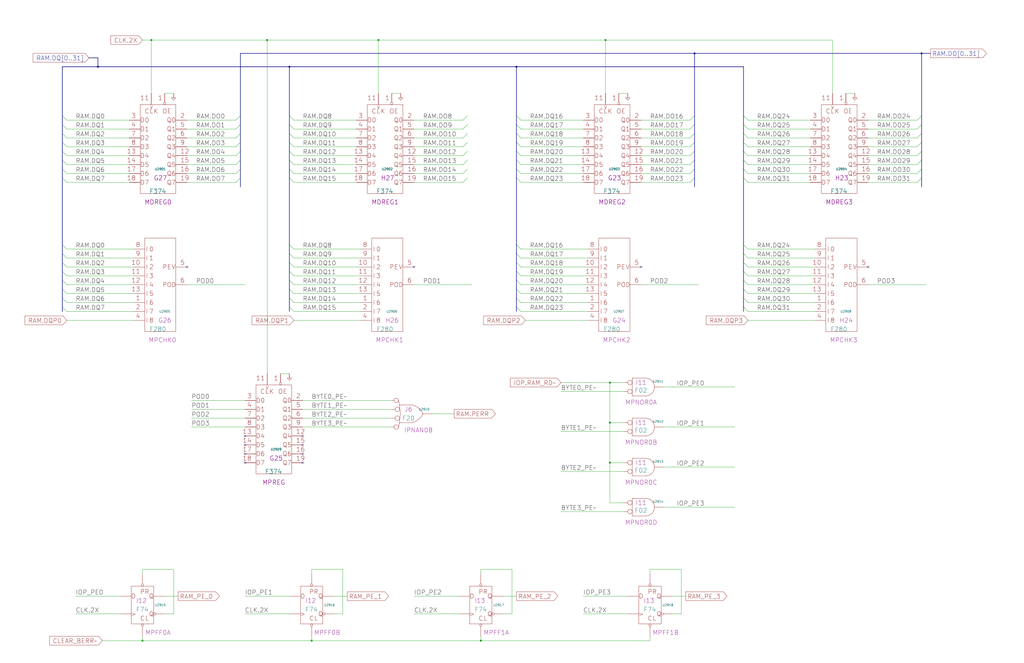
<source format=kicad_sch>
(kicad_sch (version 20211123) (generator eeschema)
  (paper "User" 584.2 378.46)
  (title_block (title "MEMORY\\nPARITY CHECKING") (date "22-SEP-90") (rev "2.0") (comment 1 "IOC") (comment 2 "232-003061") (comment 3 "S400") (comment 4 "RELEASED"))
  (lib_symbols
    (symbol "r1000:F02" (pin_numbers hide) (pin_names hide)
      (property "Reference" "U" (at 12.16 0.635 0))
      (property "Value" "F02" (at -1.27 -4.445 0))
      (property "Location" "___" (at 2.54 0 0))
      (property "Name" "______" (at 2.54 -12.7 0))
      (symbol "F02_1_1"
        (pin input line (at -7.62 0 0) (length 2.54) (name "D0") (number "1"))
        (pin input line (at -7.62 -5.08 0) (length 2.54) (name "D1") (number "2"))
        (pin output line (at 15.24 -2.54 180) (length 1.27) (name "Q") (number "3"))
      )
      (symbol "F02_1_2"
        (pin input line (at -7.62 0 0) (length 2.54) (name "D0") (number "1"))
        (pin input line (at -7.62 -5.08 0) (length 2.54) (name "D1") (number "2"))
        (pin output line (at 15.24 -2.54 180) (length 2.54) (name "Q") (number "3"))
      )
    )
    (symbol "r1000:F20" (pin_numbers hide) (pin_names hide)
      (property "Reference" "U" (at 8.255 2.54 0))
      (property "Value" "F20" (at -0.635 -2.54 0))
      (property "Location" "___" (at -0.635 2.54 0))
      (property "Name" "______" (at 5.08 -10.795 0))
      (symbol "F20_1_1"
        (pin input line (at -10.16 7.62 0) (length 5.08) (name "D0") (number "1"))
        (pin input line (at -10.16 2.54 0) (length 5.08) (name "D1") (number "2"))
        (pin input line (at -10.16 -2.54 0) (length 5.08) (name "D2") (number "4"))
        (pin input line (at -10.16 -7.62 0) (length 5.08) (name "D3") (number "5"))
        (pin output line (at 12.7 0 180) (length 2.54) (name "Q") (number "6"))
      )
      (symbol "F20_1_2"
        (pin input line (at -10.16 7.62 0) (length 1.27) (name "D0") (number "1"))
        (pin input line (at -10.16 2.54 0) (length 1.905) (name "D1") (number "2"))
        (pin input line (at -10.16 -2.54 0) (length 1.905) (name "D2") (number "4"))
        (pin input line (at -10.16 -7.62 0) (length 1.27) (name "D3") (number "5"))
        (pin output line (at 12.7 0 180) (length 5.08) (name "Q") (number "6"))
      )
    )
    (symbol "r1000:F280" (pin_numbers hide) (pin_names (offset 1.016) hide)
      (property "Reference" "U" (at 2.54 5.08 0))
      (property "Value" "F280" (at -6.35 -5.08 0))
      (property "Location" "___" (at -1.27 0 0))
      (property "Name" "______" (at 1.27 -12.7 0))
      (symbol "F280_1_1"
        (text "0" (at -12.7 33.02 0) (effects (font (size 2.54 2.54))))
        (text "0" (at -5.08 40.64 0) (effects (font (size 2.54 2.54))))
        (text "1" (at -15.24 17.78 0) (effects (font (size 2.54 2.54))))
        (text "1" (at -15.24 22.86 0) (effects (font (size 2.54 2.54))))
        (text "1" (at -15.24 27.94 0) (effects (font (size 2.54 2.54))))
        (text "1" (at -15.24 33.02 0) (effects (font (size 2.54 2.54))))
        (text "1" (at -12.7 12.7 0) (effects (font (size 2.54 2.54))))
        (text "1" (at -12.7 27.94 0) (effects (font (size 2.54 2.54))))
        (text "1" (at -5.08 35.56 0) (effects (font (size 2.54 2.54))))
        (text "2" (at -12.7 7.62 0) (effects (font (size 2.54 2.54))))
        (text "2" (at -12.7 22.86 0) (effects (font (size 2.54 2.54))))
        (text "2" (at -5.08 30.48 0) (effects (font (size 2.54 2.54))))
        (text "3" (at -12.7 17.78 0) (effects (font (size 2.54 2.54))))
        (text "3" (at -5.08 25.4 0) (effects (font (size 2.54 2.54))))
        (text "4" (at -12.7 2.54 0) (effects (font (size 2.54 2.54))))
        (text "4" (at -5.08 20.32 0) (effects (font (size 2.54 2.54))))
        (text "5" (at -5.08 15.24 0) (effects (font (size 2.54 2.54))))
        (text "5" (at 12.7 33.02 0) (effects (font (size 2.54 2.54))))
        (text "6" (at -5.08 10.16 0) (effects (font (size 2.54 2.54))))
        (text "6" (at 12.7 22.86 0) (effects (font (size 2.54 2.54))))
        (text "7" (at -5.08 5.08 0) (effects (font (size 2.54 2.54))))
        (text "8" (at -12.7 43.18 0) (effects (font (size 2.54 2.54))))
        (text "8" (at -5.08 0 0) (effects (font (size 2.54 2.54))))
        (text "9" (at -12.7 38.1 0) (effects (font (size 2.54 2.54))))
        (text "D" (at 7.62 20.32 0) (effects (font (size 2.54 2.54))))
        (text "E" (at 5.08 30.48 0) (effects (font (size 2.54 2.54))))
        (text "I" (at -7.62 0 0) (effects (font (size 2.54 2.54))))
        (text "I" (at -7.62 5.08 0) (effects (font (size 2.54 2.54))))
        (text "I" (at -7.62 10.16 0) (effects (font (size 2.54 2.54))))
        (text "I" (at -7.62 15.24 0) (effects (font (size 2.54 2.54))))
        (text "I" (at -7.62 20.32 0) (effects (font (size 2.54 2.54))))
        (text "I" (at -7.62 25.4 0) (effects (font (size 2.54 2.54))))
        (text "I" (at -7.62 30.48 0) (effects (font (size 2.54 2.54))))
        (text "I" (at -7.62 35.56 0) (effects (font (size 2.54 2.54))))
        (text "I" (at -7.62 40.64 0) (effects (font (size 2.54 2.54))))
        (text "O" (at 5.08 20.32 0) (effects (font (size 2.54 2.54))))
        (text "P" (at 2.54 20.32 0) (effects (font (size 2.54 2.54))))
        (text "P" (at 2.54 30.48 0) (effects (font (size 2.54 2.54))))
        (text "V" (at 7.62 30.48 0) (effects (font (size 2.54 2.54))))
        (pin input line (at -15.24 10.16 0) (length 6.35) (name "I6") (number "1"))
        (pin input line (at -15.24 30.48 0) (length 6.35) (name "I2") (number "10"))
        (pin input line (at -15.24 25.4 0) (length 6.35) (name "I3") (number "11"))
        (pin input line (at -15.24 20.32 0) (length 6.35) (name "I4") (number "12"))
        (pin input line (at -15.24 15.24 0) (length 6.35) (name "I5") (number "13"))
        (pin input line (at -15.24 5.08 0) (length 6.35) (name "I7") (number "2"))
        (pin input line (at -15.24 0 0) (length 6.35) (name "I8") (number "4"))
        (pin output line (at 15.24 30.48 180) (length 6.35) (name "PEV") (number "5"))
        (pin output line (at 15.24 20.32 180) (length 6.35) (name "POD") (number "6"))
        (pin input line (at -15.24 40.64 0) (length 6.35) (name "I0") (number "8"))
        (pin input line (at -15.24 35.56 0) (length 6.35) (name "I1") (number "9"))
      )
    )
    (symbol "r1000:F374" (pin_numbers hide) (pin_names (offset 1.016) hide)
      (property "Reference" "U" (at 2.54 5.08 0))
      (property "Value" "F374" (at -3.81 -7.62 0))
      (property "Location" "___" (at -1.27 0 0))
      (property "Name" "______" (at 1.27 -15.24 0))
      (symbol "F374_1_1"
        (text "0" (at -5.08 33.02 0) (effects (font (size 2.54 2.54))))
        (text "0" (at 10.16 33.02 0) (effects (font (size 2.54 2.54))))
        (text "1" (at -15.24 0 0) (effects (font (size 2.54 2.54))))
        (text "1" (at -15.24 5.08 0) (effects (font (size 2.54 2.54))))
        (text "1" (at -15.24 10.16 0) (effects (font (size 2.54 2.54))))
        (text "1" (at -15.24 15.24 0) (effects (font (size 2.54 2.54))))
        (text "1" (at -7.62 45.72 0) (effects (font (size 2.54 2.54))))
        (text "1" (at -5.08 27.94 0) (effects (font (size 2.54 2.54))))
        (text "1" (at -5.08 45.72 0) (effects (font (size 2.54 2.54))))
        (text "1" (at 2.54 45.72 0) (effects (font (size 2.54 2.54))))
        (text "1" (at 10.16 27.94 0) (effects (font (size 2.54 2.54))))
        (text "1" (at 15.24 0 0) (effects (font (size 2.54 2.54))))
        (text "1" (at 15.24 5.08 0) (effects (font (size 2.54 2.54))))
        (text "1" (at 15.24 10.16 0) (effects (font (size 2.54 2.54))))
        (text "1" (at 15.24 15.24 0) (effects (font (size 2.54 2.54))))
        (text "2" (at -5.08 22.86 0) (effects (font (size 2.54 2.54))))
        (text "2" (at 10.16 22.86 0) (effects (font (size 2.54 2.54))))
        (text "2" (at 15.24 35.56 0) (effects (font (size 2.54 2.54))))
        (text "2" (at 17.78 15.24 0) (effects (font (size 2.54 2.54))))
        (text "3" (at -12.7 15.24 0) (effects (font (size 2.54 2.54))))
        (text "3" (at -12.7 35.56 0) (effects (font (size 2.54 2.54))))
        (text "3" (at -5.08 17.78 0) (effects (font (size 2.54 2.54))))
        (text "3" (at 10.16 17.78 0) (effects (font (size 2.54 2.54))))
        (text "4" (at -12.7 10.16 0) (effects (font (size 2.54 2.54))))
        (text "4" (at -12.7 30.48 0) (effects (font (size 2.54 2.54))))
        (text "4" (at -5.08 12.7 0) (effects (font (size 2.54 2.54))))
        (text "4" (at 10.16 12.7 0) (effects (font (size 2.54 2.54))))
        (text "5" (at -5.08 7.62 0) (effects (font (size 2.54 2.54))))
        (text "5" (at 10.16 7.62 0) (effects (font (size 2.54 2.54))))
        (text "5" (at 15.24 30.48 0) (effects (font (size 2.54 2.54))))
        (text "5" (at 17.78 10.16 0) (effects (font (size 2.54 2.54))))
        (text "6" (at -5.08 2.54 0) (effects (font (size 2.54 2.54))))
        (text "6" (at 10.16 2.54 0) (effects (font (size 2.54 2.54))))
        (text "6" (at 15.24 25.4 0) (effects (font (size 2.54 2.54))))
        (text "6" (at 17.78 5.08 0) (effects (font (size 2.54 2.54))))
        (text "7" (at -12.7 5.08 0) (effects (font (size 2.54 2.54))))
        (text "7" (at -12.7 25.4 0) (effects (font (size 2.54 2.54))))
        (text "7" (at -5.08 -2.54 0) (effects (font (size 2.54 2.54))))
        (text "7" (at 10.16 -2.54 0) (effects (font (size 2.54 2.54))))
        (text "8" (at -12.7 0 0) (effects (font (size 2.54 2.54))))
        (text "8" (at -12.7 20.32 0) (effects (font (size 2.54 2.54))))
        (text "9" (at 15.24 20.32 0) (effects (font (size 2.54 2.54))))
        (text "9" (at 17.78 0 0) (effects (font (size 2.54 2.54))))
        (text "C" (at -5.08 38.1 0) (effects (font (size 2.54 2.54))))
        (text "D" (at -7.62 -2.54 0) (effects (font (size 2.54 2.54))))
        (text "D" (at -7.62 2.54 0) (effects (font (size 2.54 2.54))))
        (text "D" (at -7.62 7.62 0) (effects (font (size 2.54 2.54))))
        (text "D" (at -7.62 12.7 0) (effects (font (size 2.54 2.54))))
        (text "D" (at -7.62 17.78 0) (effects (font (size 2.54 2.54))))
        (text "D" (at -7.62 22.86 0) (effects (font (size 2.54 2.54))))
        (text "D" (at -7.62 27.94 0) (effects (font (size 2.54 2.54))))
        (text "D" (at -7.62 33.02 0) (effects (font (size 2.54 2.54))))
        (text "E" (at 7.62 38.1 0) (effects (font (size 2.54 2.54))))
        (text "K" (at 0 38.1 0) (effects (font (size 2.54 2.54))))
        (text "L" (at -2.54 38.1 0) (effects (font (size 2.54 2.54))))
        (text "O" (at 5.08 38.1 0) (effects (font (size 2.54 2.54))))
        (text "Q" (at 7.62 -2.54 0) (effects (font (size 2.54 2.54))))
        (text "Q" (at 7.62 2.54 0) (effects (font (size 2.54 2.54))))
        (text "Q" (at 7.62 7.62 0) (effects (font (size 2.54 2.54))))
        (text "Q" (at 7.62 12.7 0) (effects (font (size 2.54 2.54))))
        (text "Q" (at 7.62 17.78 0) (effects (font (size 2.54 2.54))))
        (text "Q" (at 7.62 22.86 0) (effects (font (size 2.54 2.54))))
        (text "Q" (at 7.62 27.94 0) (effects (font (size 2.54 2.54))))
        (text "Q" (at 7.62 33.02 0) (effects (font (size 2.54 2.54))))
        (text "v" (at -2.54 40.64 0) (effects (font (size 2.54 2.54))))
        (pin input line (at 5.08 48.26 270) (length 5.08) (name "OE_") (number "1"))
        (pin input line (at -2.54 48.26 270) (length 6.35) (name "CLK") (number "11"))
        (pin tri_state line (at 17.78 12.7 180) (length 6.35) (name "Q4") (number "12"))
        (pin input line (at -15.24 12.7 0) (length 6.35) (name "D4") (number "13"))
        (pin input line (at -15.24 7.62 0) (length 6.35) (name "D5") (number "14"))
        (pin tri_state line (at 17.78 7.62 180) (length 6.35) (name "Q5") (number "15"))
        (pin tri_state line (at 17.78 2.54 180) (length 6.35) (name "Q6") (number "16"))
        (pin input line (at -15.24 2.54 0) (length 6.35) (name "D6") (number "17"))
        (pin input line (at -15.24 -2.54 0) (length 6.35) (name "D7") (number "18"))
        (pin tri_state line (at 17.78 -2.54 180) (length 6.35) (name "Q7") (number "19"))
        (pin tri_state line (at 17.78 33.02 180) (length 6.35) (name "Q0") (number "2"))
        (pin input line (at -15.24 33.02 0) (length 6.35) (name "D0") (number "3"))
        (pin input line (at -15.24 27.94 0) (length 6.35) (name "D1") (number "4"))
        (pin tri_state line (at 17.78 27.94 180) (length 6.35) (name "Q1") (number "5"))
        (pin tri_state line (at 17.78 22.86 180) (length 6.35) (name "Q2") (number "6"))
        (pin input line (at -15.24 22.86 0) (length 6.35) (name "D2") (number "7"))
        (pin input line (at -15.24 17.78 0) (length 6.35) (name "D3") (number "8"))
        (pin tri_state line (at 17.78 17.78 180) (length 6.35) (name "Q3") (number "9"))
      )
    )
    (symbol "r1000:F74" (pin_numbers hide) (pin_names (offset 1.016) hide)
      (property "Reference" "U" (at 12.7 -2.54 0))
      (property "Value" "F74" (at -1.27 -5.08 0))
      (property "Location" "___" (at -1.27 0 0))
      (property "Name" "______" (at 11.43 -19.685 0))
      (symbol "F74_1_1"
        (text ">" (at -2.54 -7.62 0) (effects (font (size 2.54 2.54))))
        (text "C" (at 2.54 -10.16 0) (effects (font (size 2.54 2.54))))
        (text "D" (at -2.54 2.54 0) (effects (font (size 2.54 2.54))))
        (text "L" (at 5.08 -10.16 0) (effects (font (size 2.54 2.54))))
        (text "P" (at 2.54 5.08 0) (effects (font (size 2.54 2.54))))
        (text "Q" (at 7.62 -7.62 0) (effects (font (size 2.54 2.54))))
        (text "Q" (at 7.62 2.54 0) (effects (font (size 2.54 2.54))))
        (text "R" (at 5.08 5.08 0) (effects (font (size 2.54 2.54))))
        (pin input line (at 2.54 -20.32 90) (length 5.08) (name "CL_") (number "1"))
        (pin input line (at -10.16 2.54 0) (length 6.35) (name "D") (number "2"))
        (pin input line (at -10.16 -7.62 0) (length 6.35) (name "CLK") (number "3"))
        (pin input line (at 2.54 15.24 270) (length 5.08) (name "PR_") (number "4"))
        (pin output line (at 15.24 2.54 180) (length 6.35) (name "Q") (number "5"))
        (pin output line (at 15.24 -7.62 180) (length 5.08) (name "Q_") (number "6"))
      )
    )
    (symbol "r1000:PD" (power) (pin_numbers hide) (pin_names hide) (in_bom no)
      (symbol "PD_1_1"
        (pin power_in line (at 0 0 270) (length 2.54) (name "PD") (number "1"))
      )
    )
  )
  (bus (pts (xy 137.16 101.6) (xy 137.16 106.68)))
  (bus (pts (xy 137.16 30.48) (xy 137.16 66.04)))
  (bus (pts (xy 137.16 30.48) (xy 396.24 30.48)))
  (bus (pts (xy 137.16 66.04) (xy 137.16 71.12)))
  (bus (pts (xy 137.16 71.12) (xy 137.16 76.2)))
  (bus (pts (xy 137.16 76.2) (xy 137.16 81.28)))
  (bus (pts (xy 137.16 81.28) (xy 137.16 86.36)))
  (bus (pts (xy 137.16 86.36) (xy 137.16 91.44)))
  (bus (pts (xy 137.16 91.44) (xy 137.16 96.52)))
  (bus (pts (xy 137.16 96.52) (xy 137.16 101.6)))
  (bus (pts (xy 165.1 101.6) (xy 165.1 139.7)))
  (bus (pts (xy 165.1 139.7) (xy 165.1 144.78)))
  (bus (pts (xy 165.1 144.78) (xy 165.1 149.86)))
  (bus (pts (xy 165.1 149.86) (xy 165.1 154.94)))
  (bus (pts (xy 165.1 154.94) (xy 165.1 160.02)))
  (bus (pts (xy 165.1 160.02) (xy 165.1 165.1)))
  (bus (pts (xy 165.1 165.1) (xy 165.1 170.18)))
  (bus (pts (xy 165.1 170.18) (xy 165.1 175.26)))
  (bus (pts (xy 165.1 175.26) (xy 165.1 177.8)))
  (bus (pts (xy 165.1 38.1) (xy 165.1 66.04)))
  (bus (pts (xy 165.1 38.1) (xy 55.88 38.1)))
  (bus (pts (xy 165.1 66.04) (xy 165.1 71.12)))
  (bus (pts (xy 165.1 71.12) (xy 165.1 76.2)))
  (bus (pts (xy 165.1 76.2) (xy 165.1 81.28)))
  (bus (pts (xy 165.1 81.28) (xy 165.1 86.36)))
  (bus (pts (xy 165.1 86.36) (xy 165.1 91.44)))
  (bus (pts (xy 165.1 91.44) (xy 165.1 96.52)))
  (bus (pts (xy 165.1 96.52) (xy 165.1 101.6)))
  (bus (pts (xy 294.64 101.6) (xy 294.64 139.7)))
  (bus (pts (xy 294.64 139.7) (xy 294.64 144.78)))
  (bus (pts (xy 294.64 144.78) (xy 294.64 149.86)))
  (bus (pts (xy 294.64 149.86) (xy 294.64 154.94)))
  (bus (pts (xy 294.64 154.94) (xy 294.64 160.02)))
  (bus (pts (xy 294.64 160.02) (xy 294.64 165.1)))
  (bus (pts (xy 294.64 165.1) (xy 294.64 170.18)))
  (bus (pts (xy 294.64 170.18) (xy 294.64 175.26)))
  (bus (pts (xy 294.64 175.26) (xy 294.64 177.8)))
  (bus (pts (xy 294.64 38.1) (xy 165.1 38.1)))
  (bus (pts (xy 294.64 38.1) (xy 294.64 66.04)))
  (bus (pts (xy 294.64 66.04) (xy 294.64 71.12)))
  (bus (pts (xy 294.64 71.12) (xy 294.64 76.2)))
  (bus (pts (xy 294.64 76.2) (xy 294.64 81.28)))
  (bus (pts (xy 294.64 81.28) (xy 294.64 86.36)))
  (bus (pts (xy 294.64 86.36) (xy 294.64 91.44)))
  (bus (pts (xy 294.64 91.44) (xy 294.64 96.52)))
  (bus (pts (xy 294.64 96.52) (xy 294.64 101.6)))
  (bus (pts (xy 35.56 101.6) (xy 35.56 139.7)))
  (bus (pts (xy 35.56 139.7) (xy 35.56 144.78)))
  (bus (pts (xy 35.56 144.78) (xy 35.56 149.86)))
  (bus (pts (xy 35.56 149.86) (xy 35.56 154.94)))
  (bus (pts (xy 35.56 154.94) (xy 35.56 160.02)))
  (bus (pts (xy 35.56 160.02) (xy 35.56 165.1)))
  (bus (pts (xy 35.56 165.1) (xy 35.56 170.18)))
  (bus (pts (xy 35.56 170.18) (xy 35.56 175.26)))
  (bus (pts (xy 35.56 175.26) (xy 35.56 177.8)))
  (bus (pts (xy 35.56 38.1) (xy 35.56 66.04)))
  (bus (pts (xy 35.56 66.04) (xy 35.56 71.12)))
  (bus (pts (xy 35.56 71.12) (xy 35.56 76.2)))
  (bus (pts (xy 35.56 76.2) (xy 35.56 81.28)))
  (bus (pts (xy 35.56 81.28) (xy 35.56 86.36)))
  (bus (pts (xy 35.56 86.36) (xy 35.56 91.44)))
  (bus (pts (xy 35.56 91.44) (xy 35.56 96.52)))
  (bus (pts (xy 35.56 96.52) (xy 35.56 101.6)))
  (bus (pts (xy 396.24 101.6) (xy 396.24 106.68)))
  (bus (pts (xy 396.24 30.48) (xy 396.24 66.04)))
  (bus (pts (xy 396.24 30.48) (xy 525.78 30.48)))
  (bus (pts (xy 396.24 66.04) (xy 396.24 71.12)))
  (bus (pts (xy 396.24 71.12) (xy 396.24 76.2)))
  (bus (pts (xy 396.24 76.2) (xy 396.24 81.28)))
  (bus (pts (xy 396.24 81.28) (xy 396.24 86.36)))
  (bus (pts (xy 396.24 86.36) (xy 396.24 91.44)))
  (bus (pts (xy 396.24 91.44) (xy 396.24 96.52)))
  (bus (pts (xy 396.24 96.52) (xy 396.24 101.6)))
  (bus (pts (xy 424.18 101.6) (xy 424.18 139.7)))
  (bus (pts (xy 424.18 139.7) (xy 424.18 144.78)))
  (bus (pts (xy 424.18 144.78) (xy 424.18 149.86)))
  (bus (pts (xy 424.18 149.86) (xy 424.18 154.94)))
  (bus (pts (xy 424.18 154.94) (xy 424.18 160.02)))
  (bus (pts (xy 424.18 160.02) (xy 424.18 165.1)))
  (bus (pts (xy 424.18 165.1) (xy 424.18 170.18)))
  (bus (pts (xy 424.18 170.18) (xy 424.18 175.26)))
  (bus (pts (xy 424.18 175.26) (xy 424.18 177.8)))
  (bus (pts (xy 424.18 38.1) (xy 294.64 38.1)))
  (bus (pts (xy 424.18 38.1) (xy 424.18 66.04)))
  (bus (pts (xy 424.18 66.04) (xy 424.18 71.12)))
  (bus (pts (xy 424.18 71.12) (xy 424.18 76.2)))
  (bus (pts (xy 424.18 76.2) (xy 424.18 81.28)))
  (bus (pts (xy 424.18 81.28) (xy 424.18 86.36)))
  (bus (pts (xy 424.18 86.36) (xy 424.18 91.44)))
  (bus (pts (xy 424.18 91.44) (xy 424.18 96.52)))
  (bus (pts (xy 424.18 96.52) (xy 424.18 101.6)))
  (bus (pts (xy 50.8 33.02) (xy 55.88 33.02)))
  (bus (pts (xy 525.78 101.6) (xy 525.78 106.68)))
  (bus (pts (xy 525.78 30.48) (xy 525.78 66.04)))
  (bus (pts (xy 525.78 30.48) (xy 530.86 30.48)))
  (bus (pts (xy 525.78 66.04) (xy 525.78 71.12)))
  (bus (pts (xy 525.78 71.12) (xy 525.78 76.2)))
  (bus (pts (xy 525.78 76.2) (xy 525.78 81.28)))
  (bus (pts (xy 525.78 81.28) (xy 525.78 86.36)))
  (bus (pts (xy 525.78 86.36) (xy 525.78 91.44)))
  (bus (pts (xy 525.78 91.44) (xy 525.78 96.52)))
  (bus (pts (xy 525.78 96.52) (xy 525.78 101.6)))
  (bus (pts (xy 55.88 33.02) (xy 55.88 38.1)))
  (bus (pts (xy 55.88 38.1) (xy 35.56 38.1)))
  (wire (pts (xy 106.68 104.14) (xy 134.62 104.14)))
  (wire (pts (xy 106.68 162.56) (xy 139.7 162.56)))
  (wire (pts (xy 106.68 68.58) (xy 134.62 68.58)))
  (wire (pts (xy 106.68 73.66) (xy 134.62 73.66)))
  (wire (pts (xy 106.68 78.74) (xy 134.62 78.74)))
  (wire (pts (xy 106.68 83.82) (xy 134.62 83.82)))
  (wire (pts (xy 106.68 88.9) (xy 134.62 88.9)))
  (wire (pts (xy 106.68 93.98) (xy 134.62 93.98)))
  (wire (pts (xy 106.68 99.06) (xy 134.62 99.06)))
  (wire (pts (xy 109.22 228.6) (xy 139.7 228.6)))
  (wire (pts (xy 109.22 233.68) (xy 139.7 233.68)))
  (wire (pts (xy 109.22 238.76) (xy 139.7 238.76)))
  (wire (pts (xy 109.22 243.84) (xy 139.7 243.84)))
  (wire (pts (xy 139.7 340.36) (xy 165.1 340.36)))
  (wire (pts (xy 139.7 350.52) (xy 165.1 350.52)))
  (wire (pts (xy 152.4 22.86) (xy 152.4 213.36)))
  (wire (pts (xy 152.4 22.86) (xy 215.9 22.86)))
  (wire (pts (xy 160.02 213.36) (xy 165.1 213.36)))
  (wire (pts (xy 167.64 104.14) (xy 203.2 104.14)))
  (wire (pts (xy 167.64 142.24) (xy 205.74 142.24)))
  (wire (pts (xy 167.64 147.32) (xy 205.74 147.32)))
  (wire (pts (xy 167.64 152.4) (xy 205.74 152.4)))
  (wire (pts (xy 167.64 157.48) (xy 205.74 157.48)))
  (wire (pts (xy 167.64 162.56) (xy 205.74 162.56)))
  (wire (pts (xy 167.64 167.64) (xy 205.74 167.64)))
  (wire (pts (xy 167.64 172.72) (xy 205.74 172.72)))
  (wire (pts (xy 167.64 177.8) (xy 205.74 177.8)))
  (wire (pts (xy 167.64 182.88) (xy 205.74 182.88)))
  (wire (pts (xy 167.64 68.58) (xy 203.2 68.58)))
  (wire (pts (xy 167.64 73.66) (xy 203.2 73.66)))
  (wire (pts (xy 167.64 78.74) (xy 203.2 78.74)))
  (wire (pts (xy 167.64 83.82) (xy 203.2 83.82)))
  (wire (pts (xy 167.64 88.9) (xy 203.2 88.9)))
  (wire (pts (xy 167.64 93.98) (xy 203.2 93.98)))
  (wire (pts (xy 167.64 99.06) (xy 203.2 99.06)))
  (wire (pts (xy 172.72 228.6) (xy 223.52 228.6)))
  (wire (pts (xy 172.72 233.68) (xy 223.52 233.68)))
  (wire (pts (xy 172.72 238.76) (xy 223.52 238.76)))
  (wire (pts (xy 172.72 243.84) (xy 223.52 243.84)))
  (wire (pts (xy 177.8 325.12) (xy 177.8 327.66)))
  (wire (pts (xy 177.8 363.22) (xy 177.8 365.76)))
  (wire (pts (xy 177.8 365.76) (xy 274.32 365.76)))
  (wire (pts (xy 190.5 340.36) (xy 198.12 340.36)))
  (wire (pts (xy 190.5 350.52) (xy 195.58 350.52)))
  (wire (pts (xy 195.58 325.12) (xy 177.8 325.12)))
  (wire (pts (xy 195.58 350.52) (xy 195.58 325.12)))
  (wire (pts (xy 215.9 22.86) (xy 215.9 53.34)))
  (wire (pts (xy 215.9 22.86) (xy 345.44 22.86)))
  (wire (pts (xy 223.52 53.34) (xy 228.6 53.34)))
  (wire (pts (xy 236.22 104.14) (xy 264.16 104.14)))
  (wire (pts (xy 236.22 162.56) (xy 269.24 162.56)))
  (wire (pts (xy 236.22 340.36) (xy 261.62 340.36)))
  (wire (pts (xy 236.22 350.52) (xy 261.62 350.52)))
  (wire (pts (xy 236.22 68.58) (xy 264.16 68.58)))
  (wire (pts (xy 236.22 73.66) (xy 264.16 73.66)))
  (wire (pts (xy 236.22 78.74) (xy 264.16 78.74)))
  (wire (pts (xy 236.22 83.82) (xy 264.16 83.82)))
  (wire (pts (xy 236.22 88.9) (xy 264.16 88.9)))
  (wire (pts (xy 236.22 93.98) (xy 264.16 93.98)))
  (wire (pts (xy 236.22 99.06) (xy 264.16 99.06)))
  (wire (pts (xy 246.38 236.22) (xy 259.08 236.22)))
  (wire (pts (xy 274.32 325.12) (xy 274.32 327.66)))
  (wire (pts (xy 274.32 363.22) (xy 274.32 365.76)))
  (wire (pts (xy 274.32 365.76) (xy 370.84 365.76)))
  (wire (pts (xy 287.02 340.36) (xy 294.64 340.36)))
  (wire (pts (xy 287.02 350.52) (xy 292.1 350.52)))
  (wire (pts (xy 292.1 325.12) (xy 274.32 325.12)))
  (wire (pts (xy 292.1 350.52) (xy 292.1 325.12)))
  (wire (pts (xy 297.18 104.14) (xy 332.74 104.14)))
  (wire (pts (xy 297.18 142.24) (xy 335.28 142.24)))
  (wire (pts (xy 297.18 147.32) (xy 335.28 147.32)))
  (wire (pts (xy 297.18 152.4) (xy 335.28 152.4)))
  (wire (pts (xy 297.18 157.48) (xy 335.28 157.48)))
  (wire (pts (xy 297.18 162.56) (xy 335.28 162.56)))
  (wire (pts (xy 297.18 167.64) (xy 335.28 167.64)))
  (wire (pts (xy 297.18 172.72) (xy 335.28 172.72)))
  (wire (pts (xy 297.18 177.8) (xy 335.28 177.8)))
  (wire (pts (xy 297.18 68.58) (xy 332.74 68.58)))
  (wire (pts (xy 297.18 73.66) (xy 332.74 73.66)))
  (wire (pts (xy 297.18 78.74) (xy 332.74 78.74)))
  (wire (pts (xy 297.18 83.82) (xy 332.74 83.82)))
  (wire (pts (xy 297.18 88.9) (xy 332.74 88.9)))
  (wire (pts (xy 297.18 93.98) (xy 332.74 93.98)))
  (wire (pts (xy 297.18 99.06) (xy 332.74 99.06)))
  (wire (pts (xy 299.72 182.88) (xy 335.28 182.88)))
  (wire (pts (xy 320.04 218.44) (xy 347.98 218.44)))
  (wire (pts (xy 320.04 223.52) (xy 355.6 223.52)))
  (wire (pts (xy 320.04 246.38) (xy 355.6 246.38)))
  (wire (pts (xy 320.04 269.24) (xy 355.6 269.24)))
  (wire (pts (xy 320.04 292.1) (xy 355.6 292.1)))
  (wire (pts (xy 332.74 340.36) (xy 358.14 340.36)))
  (wire (pts (xy 332.74 350.52) (xy 358.14 350.52)))
  (wire (pts (xy 345.44 22.86) (xy 345.44 53.34)))
  (wire (pts (xy 345.44 22.86) (xy 474.98 22.86)))
  (wire (pts (xy 347.98 218.44) (xy 347.98 241.3)))
  (wire (pts (xy 347.98 218.44) (xy 355.6 218.44)))
  (wire (pts (xy 347.98 241.3) (xy 347.98 264.16)))
  (wire (pts (xy 347.98 241.3) (xy 355.6 241.3)))
  (wire (pts (xy 347.98 264.16) (xy 347.98 287.02)))
  (wire (pts (xy 347.98 264.16) (xy 355.6 264.16)))
  (wire (pts (xy 353.06 53.34) (xy 358.14 53.34)))
  (wire (pts (xy 355.6 287.02) (xy 347.98 287.02)))
  (wire (pts (xy 365.76 104.14) (xy 393.7 104.14)))
  (wire (pts (xy 365.76 162.56) (xy 398.78 162.56)))
  (wire (pts (xy 365.76 68.58) (xy 393.7 68.58)))
  (wire (pts (xy 365.76 73.66) (xy 393.7 73.66)))
  (wire (pts (xy 365.76 78.74) (xy 393.7 78.74)))
  (wire (pts (xy 365.76 83.82) (xy 393.7 83.82)))
  (wire (pts (xy 365.76 88.9) (xy 393.7 88.9)))
  (wire (pts (xy 365.76 93.98) (xy 393.7 93.98)))
  (wire (pts (xy 365.76 99.06) (xy 393.7 99.06)))
  (wire (pts (xy 370.84 325.12) (xy 370.84 327.66)))
  (wire (pts (xy 370.84 363.22) (xy 370.84 365.76)))
  (wire (pts (xy 378.46 220.98) (xy 419.1 220.98)))
  (wire (pts (xy 378.46 243.84) (xy 419.1 243.84)))
  (wire (pts (xy 378.46 266.7) (xy 419.1 266.7)))
  (wire (pts (xy 378.46 289.56) (xy 419.1 289.56)))
  (wire (pts (xy 38.1 104.14) (xy 73.66 104.14)))
  (wire (pts (xy 38.1 142.24) (xy 76.2 142.24)))
  (wire (pts (xy 38.1 147.32) (xy 76.2 147.32)))
  (wire (pts (xy 38.1 152.4) (xy 76.2 152.4)))
  (wire (pts (xy 38.1 157.48) (xy 76.2 157.48)))
  (wire (pts (xy 38.1 162.56) (xy 76.2 162.56)))
  (wire (pts (xy 38.1 167.64) (xy 76.2 167.64)))
  (wire (pts (xy 38.1 172.72) (xy 76.2 172.72)))
  (wire (pts (xy 38.1 177.8) (xy 76.2 177.8)))
  (wire (pts (xy 38.1 182.88) (xy 76.2 182.88)))
  (wire (pts (xy 38.1 68.58) (xy 73.66 68.58)))
  (wire (pts (xy 38.1 73.66) (xy 73.66 73.66)))
  (wire (pts (xy 38.1 78.74) (xy 73.66 78.74)))
  (wire (pts (xy 38.1 83.82) (xy 73.66 83.82)))
  (wire (pts (xy 38.1 88.9) (xy 73.66 88.9)))
  (wire (pts (xy 38.1 93.98) (xy 73.66 93.98)))
  (wire (pts (xy 38.1 99.06) (xy 73.66 99.06)))
  (wire (pts (xy 383.54 340.36) (xy 391.16 340.36)))
  (wire (pts (xy 383.54 350.52) (xy 388.62 350.52)))
  (wire (pts (xy 388.62 325.12) (xy 370.84 325.12)))
  (wire (pts (xy 388.62 350.52) (xy 388.62 325.12)))
  (wire (pts (xy 426.72 104.14) (xy 462.28 104.14)))
  (wire (pts (xy 426.72 142.24) (xy 464.82 142.24)))
  (wire (pts (xy 426.72 147.32) (xy 464.82 147.32)))
  (wire (pts (xy 426.72 152.4) (xy 464.82 152.4)))
  (wire (pts (xy 426.72 157.48) (xy 464.82 157.48)))
  (wire (pts (xy 426.72 162.56) (xy 464.82 162.56)))
  (wire (pts (xy 426.72 167.64) (xy 464.82 167.64)))
  (wire (pts (xy 426.72 172.72) (xy 464.82 172.72)))
  (wire (pts (xy 426.72 177.8) (xy 464.82 177.8)))
  (wire (pts (xy 426.72 182.88) (xy 464.82 182.88)))
  (wire (pts (xy 426.72 68.58) (xy 462.28 68.58)))
  (wire (pts (xy 426.72 73.66) (xy 462.28 73.66)))
  (wire (pts (xy 426.72 78.74) (xy 462.28 78.74)))
  (wire (pts (xy 426.72 83.82) (xy 462.28 83.82)))
  (wire (pts (xy 426.72 88.9) (xy 462.28 88.9)))
  (wire (pts (xy 426.72 93.98) (xy 462.28 93.98)))
  (wire (pts (xy 426.72 99.06) (xy 462.28 99.06)))
  (wire (pts (xy 43.18 340.36) (xy 68.58 340.36)))
  (wire (pts (xy 43.18 350.52) (xy 68.58 350.52)))
  (wire (pts (xy 474.98 22.86) (xy 474.98 53.34)))
  (wire (pts (xy 482.6 53.34) (xy 487.68 53.34)))
  (wire (pts (xy 495.3 104.14) (xy 523.24 104.14)))
  (wire (pts (xy 495.3 162.56) (xy 528.32 162.56)))
  (wire (pts (xy 495.3 68.58) (xy 523.24 68.58)))
  (wire (pts (xy 495.3 73.66) (xy 523.24 73.66)))
  (wire (pts (xy 495.3 78.74) (xy 523.24 78.74)))
  (wire (pts (xy 495.3 83.82) (xy 523.24 83.82)))
  (wire (pts (xy 495.3 88.9) (xy 523.24 88.9)))
  (wire (pts (xy 495.3 93.98) (xy 523.24 93.98)))
  (wire (pts (xy 495.3 99.06) (xy 523.24 99.06)))
  (wire (pts (xy 58.42 365.76) (xy 81.28 365.76)))
  (wire (pts (xy 81.28 22.86) (xy 86.36 22.86)))
  (wire (pts (xy 81.28 325.12) (xy 81.28 327.66)))
  (wire (pts (xy 81.28 363.22) (xy 81.28 365.76)))
  (wire (pts (xy 81.28 365.76) (xy 177.8 365.76)))
  (wire (pts (xy 86.36 22.86) (xy 152.4 22.86)))
  (wire (pts (xy 86.36 22.86) (xy 86.36 53.34)))
  (wire (pts (xy 93.98 340.36) (xy 101.6 340.36)))
  (wire (pts (xy 93.98 350.52) (xy 99.06 350.52)))
  (wire (pts (xy 93.98 53.34) (xy 99.06 53.34)))
  (wire (pts (xy 99.06 325.12) (xy 81.28 325.12)))
  (wire (pts (xy 99.06 350.52) (xy 99.06 325.12)))
  (bus_entry (at 35.56 66.04) (size 2.54 2.54))
  (bus_entry (at 35.56 71.12) (size 2.54 2.54))
  (bus_entry (at 35.56 76.2) (size 2.54 2.54))
  (bus_entry (at 35.56 81.28) (size 2.54 2.54))
  (bus_entry (at 35.56 86.36) (size 2.54 2.54))
  (bus_entry (at 35.56 91.44) (size 2.54 2.54))
  (bus_entry (at 35.56 96.52) (size 2.54 2.54))
  (bus_entry (at 35.56 101.6) (size 2.54 2.54))
  (bus_entry (at 35.56 139.7) (size 2.54 2.54))
  (bus_entry (at 35.56 144.78) (size 2.54 2.54))
  (bus_entry (at 35.56 149.86) (size 2.54 2.54))
  (bus_entry (at 35.56 154.94) (size 2.54 2.54))
  (bus_entry (at 35.56 160.02) (size 2.54 2.54))
  (bus_entry (at 35.56 165.1) (size 2.54 2.54))
  (bus_entry (at 35.56 170.18) (size 2.54 2.54))
  (bus_entry (at 35.56 175.26) (size 2.54 2.54))
  (global_label "RAM.DQP0" (shape input) (at 38.1 182.88 180) (effects (font (size 2.54 2.54))) (property "Intersheet References" "${INTERSHEET_REFS}" (at 13.9035 182.7213 0) (effects (font (size 2.54 2.54)) (justify right))))
  (label "RAM.DQ0" (at 43.18 68.58 0) (effects (font (size 2.54 2.54))))
  (label "RAM.DQ1" (at 43.18 73.66 0) (effects (font (size 2.54 2.54))))
  (label "RAM.DQ2" (at 43.18 78.74 0) (effects (font (size 2.54 2.54))))
  (label "RAM.DQ3" (at 43.18 83.82 0) (effects (font (size 2.54 2.54))))
  (label "RAM.DQ4" (at 43.18 88.9 0) (effects (font (size 2.54 2.54))))
  (label "RAM.DQ5" (at 43.18 93.98 0) (effects (font (size 2.54 2.54))))
  (label "RAM.DQ6" (at 43.18 99.06 0) (effects (font (size 2.54 2.54))))
  (label "RAM.DQ7" (at 43.18 104.14 0) (effects (font (size 2.54 2.54))))
  (label "RAM.DQ0" (at 43.18 142.24 0) (effects (font (size 2.54 2.54))))
  (label "RAM.DQ1" (at 43.18 147.32 0) (effects (font (size 2.54 2.54))))
  (label "RAM.DQ2" (at 43.18 152.4 0) (effects (font (size 2.54 2.54))))
  (label "RAM.DQ3" (at 43.18 157.48 0) (effects (font (size 2.54 2.54))))
  (label "RAM.DQ4" (at 43.18 162.56 0) (effects (font (size 2.54 2.54))))
  (label "RAM.DQ5" (at 43.18 167.64 0) (effects (font (size 2.54 2.54))))
  (label "RAM.DQ6" (at 43.18 172.72 0) (effects (font (size 2.54 2.54))))
  (label "RAM.DQ7" (at 43.18 177.8 0) (effects (font (size 2.54 2.54))))
  (label "IOP_PE0" (at 43.18 340.36 0) (effects (font (size 2.54 2.54))))
  (label "CLK.2X" (at 43.18 350.52 0) (effects (font (size 2.54 2.54))))
  (global_label "RAM.DQ[0..31]" (shape input) (at 50.8 33.02 180) (effects (font (size 2.54 2.54))) (property "Intersheet References" "${INTERSHEET_REFS}" (at 18.4997 32.8613 0) (effects (font (size 2.54 2.54)) (justify right))))
  (junction (at 55.88 38.1))
  (global_label "CLEAR_BERR~" (shape input) (at 58.42 365.76 180) (effects (font (size 2.54 2.54))) (property "Intersheet References" "${INTERSHEET_REFS}" (at 27.934 365.6013 0) (effects (font (size 2.54 2.54)) (justify right))))
  (symbol (lib_id "r1000:F74") (at 78.74 342.9 0) (unit 1)
    (property "Reference" "U2915" (at 91.44 345.44 0))
    (property "Value" "F74" (at 77.47 347.98 0) (effects (font (size 2.54 2.54)) (justify left)))
    (property "Location" "I12" (at 77.47 342.9 0) (effects (font (size 2.54 2.54)) (justify left)))
    (property "Name" "MPFF0A" (at 90.17 362.585 0) (effects (font (size 2.54 2.54)) (justify bottom)))
  )
  (global_label "CLK.2X" (shape input) (at 81.28 22.86 180) (effects (font (size 2.54 2.54))) (property "Intersheet References" "${INTERSHEET_REFS}" (at 56.7206 22.7013 0) (effects (font (size 2.54 2.54)) (justify right))))
  (junction (at 81.28 365.76))
  (junction (at 86.36 22.86))
  (symbol (lib_id "r1000:F374") (at 88.9 101.6 0) (unit 1)
    (property "Reference" "U2901" (at 91.44 96.52 0))
    (property "Value" "F374" (at 85.09 109.22 0) (effects (font (size 2.54 2.54)) (justify left)))
    (property "Location" "G27" (at 87.63 101.6 0) (effects (font (size 2.54 2.54)) (justify left)))
    (property "Name" "MDREG0" (at 90.17 116.84 0) (effects (font (size 2.54 2.54)) (justify bottom)))
  )
  (symbol (lib_id "r1000:F280") (at 91.44 182.88 0) (unit 1)
    (property "Reference" "U2905" (at 93.98 177.8 0))
    (property "Value" "F280" (at 85.09 187.96 0) (effects (font (size 2.54 2.54)) (justify left)))
    (property "Location" "G26" (at 90.17 182.88 0) (effects (font (size 2.54 2.54)) (justify left)))
    (property "Name" "MPCHK0" (at 92.71 195.58 0) (effects (font (size 2.54 2.54)) (justify bottom)))
  )
  (symbol (lib_id "r1000:PD") (at 99.06 53.34 0) (unit 1) (in_bom no)
    (property "Reference" "#PWR02901" (effects hide))
    (property "Value" "PD" (effects hide))
  )
  (global_label "RAM_PE_0" (shape output) (at 101.6 340.36 0) (effects (font (size 2.54 2.54))) (property "Intersheet References" "${INTERSHEET_REFS}" (at 125.5546 340.2013 0) (effects (font (size 2.54 2.54)) (justify left))))
  (no_connect (at 106.68 152.4))
  (label "POD0" (at 109.22 228.6 0) (effects (font (size 2.54 2.54))))
  (label "POD1" (at 109.22 233.68 0) (effects (font (size 2.54 2.54))))
  (label "POD2" (at 109.22 238.76 0) (effects (font (size 2.54 2.54))))
  (label "POD3" (at 109.22 243.84 0) (effects (font (size 2.54 2.54))))
  (label "RAM.DO0" (at 111.76 68.58 0) (effects (font (size 2.54 2.54))))
  (label "RAM.DO1" (at 111.76 73.66 0) (effects (font (size 2.54 2.54))))
  (label "RAM.DO2" (at 111.76 78.74 0) (effects (font (size 2.54 2.54))))
  (label "RAM.DO3" (at 111.76 83.82 0) (effects (font (size 2.54 2.54))))
  (label "RAM.DO4" (at 111.76 88.9 0) (effects (font (size 2.54 2.54))))
  (label "RAM.DO5" (at 111.76 93.98 0) (effects (font (size 2.54 2.54))))
  (label "RAM.DO6" (at 111.76 99.06 0) (effects (font (size 2.54 2.54))))
  (label "RAM.DO7" (at 111.76 104.14 0) (effects (font (size 2.54 2.54))))
  (label "POD0" (at 111.76 162.56 0) (effects (font (size 2.54 2.54))))
  (bus_entry (at 137.16 66.04) (size -2.54 2.54))
  (bus_entry (at 137.16 71.12) (size -2.54 2.54))
  (bus_entry (at 137.16 76.2) (size -2.54 2.54))
  (bus_entry (at 137.16 81.28) (size -2.54 2.54))
  (bus_entry (at 137.16 86.36) (size -2.54 2.54))
  (bus_entry (at 137.16 91.44) (size -2.54 2.54))
  (bus_entry (at 137.16 96.52) (size -2.54 2.54))
  (bus_entry (at 137.16 101.6) (size -2.54 2.54))
  (no_connect (at 139.7 248.92))
  (no_connect (at 139.7 254))
  (no_connect (at 139.7 259.08))
  (no_connect (at 139.7 264.16))
  (label "IOP_PE1" (at 139.7 340.36 0) (effects (font (size 2.54 2.54))))
  (label "CLK.2X" (at 139.7 350.52 0) (effects (font (size 2.54 2.54))))
  (junction (at 152.4 22.86))
  (symbol (lib_id "r1000:F374") (at 154.94 261.62 0) (unit 1)
    (property "Reference" "U2909" (at 157.48 256.54 0))
    (property "Value" "F374" (at 151.13 269.24 0) (effects (font (size 2.54 2.54)) (justify left)))
    (property "Location" "G25" (at 153.67 261.62 0) (effects (font (size 2.54 2.54)) (justify left)))
    (property "Name" "MPREG" (at 156.21 276.86 0) (effects (font (size 2.54 2.54)) (justify bottom)))
  )
  (junction (at 165.1 38.1))
  (bus_entry (at 165.1 66.04) (size 2.54 2.54))
  (bus_entry (at 165.1 71.12) (size 2.54 2.54))
  (bus_entry (at 165.1 76.2) (size 2.54 2.54))
  (bus_entry (at 165.1 81.28) (size 2.54 2.54))
  (bus_entry (at 165.1 86.36) (size 2.54 2.54))
  (bus_entry (at 165.1 91.44) (size 2.54 2.54))
  (bus_entry (at 165.1 96.52) (size 2.54 2.54))
  (bus_entry (at 165.1 101.6) (size 2.54 2.54))
  (bus_entry (at 165.1 139.7) (size 2.54 2.54))
  (bus_entry (at 165.1 144.78) (size 2.54 2.54))
  (bus_entry (at 165.1 149.86) (size 2.54 2.54))
  (bus_entry (at 165.1 154.94) (size 2.54 2.54))
  (bus_entry (at 165.1 160.02) (size 2.54 2.54))
  (bus_entry (at 165.1 165.1) (size 2.54 2.54))
  (bus_entry (at 165.1 170.18) (size 2.54 2.54))
  (bus_entry (at 165.1 175.26) (size 2.54 2.54))
  (symbol (lib_id "r1000:PD") (at 165.1 213.36 0) (unit 1) (in_bom no)
    (property "Reference" "#PWR02905" (effects hide))
    (property "Value" "PD" (effects hide))
  )
  (global_label "RAM.DQP1" (shape input) (at 167.64 182.88 180) (effects (font (size 2.54 2.54))) (property "Intersheet References" "${INTERSHEET_REFS}" (at 143.4435 182.7213 0) (effects (font (size 2.54 2.54)) (justify right))))
  (label "RAM.DQ8" (at 172.72 68.58 0) (effects (font (size 2.54 2.54))))
  (label "RAM.DQ9" (at 172.72 73.66 0) (effects (font (size 2.54 2.54))))
  (label "RAM.DQ10" (at 172.72 78.74 0) (effects (font (size 2.54 2.54))))
  (label "RAM.DQ11" (at 172.72 83.82 0) (effects (font (size 2.54 2.54))))
  (label "RAM.DQ12" (at 172.72 88.9 0) (effects (font (size 2.54 2.54))))
  (label "RAM.DQ13" (at 172.72 93.98 0) (effects (font (size 2.54 2.54))))
  (label "RAM.DQ14" (at 172.72 99.06 0) (effects (font (size 2.54 2.54))))
  (label "RAM.DQ15" (at 172.72 104.14 0) (effects (font (size 2.54 2.54))))
  (label "RAM.DQ8" (at 172.72 142.24 0) (effects (font (size 2.54 2.54))))
  (label "RAM.DQ9" (at 172.72 147.32 0) (effects (font (size 2.54 2.54))))
  (label "RAM.DQ10" (at 172.72 152.4 0) (effects (font (size 2.54 2.54))))
  (label "RAM.DQ11" (at 172.72 157.48 0) (effects (font (size 2.54 2.54))))
  (label "RAM.DQ12" (at 172.72 162.56 0) (effects (font (size 2.54 2.54))))
  (label "RAM.DQ13" (at 172.72 167.64 0) (effects (font (size 2.54 2.54))))
  (label "RAM.DQ14" (at 172.72 172.72 0) (effects (font (size 2.54 2.54))))
  (label "RAM.DQ15" (at 172.72 177.8 0) (effects (font (size 2.54 2.54))))
  (no_connect (at 172.72 248.92))
  (no_connect (at 172.72 254))
  (no_connect (at 172.72 259.08))
  (no_connect (at 172.72 264.16))
  (symbol (lib_id "r1000:F74") (at 175.26 342.9 0) (unit 1)
    (property "Reference" "U2916" (at 187.96 345.44 0))
    (property "Value" "F74" (at 173.99 347.98 0) (effects (font (size 2.54 2.54)) (justify left)))
    (property "Location" "I12" (at 173.99 342.9 0) (effects (font (size 2.54 2.54)) (justify left)))
    (property "Name" "MPFF0B" (at 186.69 362.585 0) (effects (font (size 2.54 2.54)) (justify bottom)))
  )
  (label "BYTE0_PE~" (at 177.8 228.6 0) (effects (font (size 2.54 2.54))))
  (label "BYTE1_PE~" (at 177.8 233.68 0) (effects (font (size 2.54 2.54))))
  (label "BYTE2_PE~" (at 177.8 238.76 0) (effects (font (size 2.54 2.54))))
  (label "BYTE3_PE~" (at 177.8 243.84 0) (effects (font (size 2.54 2.54))))
  (junction (at 177.8 365.76))
  (global_label "RAM_PE_1" (shape output) (at 198.12 340.36 0) (effects (font (size 2.54 2.54))) (property "Intersheet References" "${INTERSHEET_REFS}" (at 222.0746 340.2013 0) (effects (font (size 2.54 2.54)) (justify left))))
  (junction (at 215.9 22.86))
  (symbol (lib_id "r1000:F374") (at 218.44 101.6 0) (unit 1)
    (property "Reference" "U2902" (at 220.98 96.52 0))
    (property "Value" "F374" (at 214.63 109.22 0) (effects (font (size 2.54 2.54)) (justify left)))
    (property "Location" "H27" (at 217.17 101.6 0) (effects (font (size 2.54 2.54)) (justify left)))
    (property "Name" "MDREG1" (at 219.71 116.84 0) (effects (font (size 2.54 2.54)) (justify bottom)))
  )
  (symbol (lib_id "r1000:F280") (at 220.98 182.88 0) (unit 1)
    (property "Reference" "U2906" (at 223.52 177.8 0))
    (property "Value" "F280" (at 214.63 187.96 0) (effects (font (size 2.54 2.54)) (justify left)))
    (property "Location" "H26" (at 219.71 182.88 0) (effects (font (size 2.54 2.54)) (justify left)))
    (property "Name" "MPCHK1" (at 222.25 195.58 0) (effects (font (size 2.54 2.54)) (justify bottom)))
  )
  (symbol (lib_id "r1000:PD") (at 228.6 53.34 0) (unit 1) (in_bom no)
    (property "Reference" "#PWR02902" (effects hide))
    (property "Value" "PD" (effects hide))
  )
  (symbol (lib_id "r1000:F20") (at 233.68 236.22 0) (unit 1) (convert 2)
    (property "Reference" "U2910" (at 241.935 233.68 0))
    (property "Value" "F20" (at 233.045 238.76 0) (effects (font (size 2.54 2.54))))
    (property "Location" "J6" (at 233.045 233.68 0) (effects (font (size 2.54 2.54))))
    (property "Name" "IPNAN0B" (at 238.76 247.015 0) (effects (font (size 2.54 2.54)) (justify bottom)))
  )
  (no_connect (at 236.22 152.4))
  (label "IOP_PE2" (at 236.22 340.36 0) (effects (font (size 2.54 2.54))))
  (label "CLK.2X" (at 236.22 350.52 0) (effects (font (size 2.54 2.54))))
  (label "RAM.DO8" (at 241.3 68.58 0) (effects (font (size 2.54 2.54))))
  (label "RAM.DO9" (at 241.3 73.66 0) (effects (font (size 2.54 2.54))))
  (label "RAM.DO10" (at 241.3 78.74 0) (effects (font (size 2.54 2.54))))
  (label "RAM.DO11" (at 241.3 83.82 0) (effects (font (size 2.54 2.54))))
  (label "RAM.DO12" (at 241.3 88.9 0) (effects (font (size 2.54 2.54))))
  (label "RAM.DO13" (at 241.3 93.98 0) (effects (font (size 2.54 2.54))))
  (label "RAM.DO14" (at 241.3 99.06 0) (effects (font (size 2.54 2.54))))
  (label "RAM.DO15" (at 241.3 104.14 0) (effects (font (size 2.54 2.54))))
  (label "POD1" (at 241.3 162.56 0) (effects (font (size 2.54 2.54))))
  (global_label "RAM.PERR" (shape output) (at 259.08 236.22 0) (effects (font (size 2.54 2.54))) (property "Intersheet References" "${INTERSHEET_REFS}" (at 283.0346 236.0613 0) (effects (font (size 2.54 2.54)) (justify left))))
  (bus_entry (at 266.7 66.04) (size -2.54 2.54))
  (bus_entry (at 266.7 71.12) (size -2.54 2.54))
  (bus_entry (at 266.7 76.2) (size -2.54 2.54))
  (bus_entry (at 266.7 81.28) (size -2.54 2.54))
  (bus_entry (at 266.7 86.36) (size -2.54 2.54))
  (bus_entry (at 266.7 91.44) (size -2.54 2.54))
  (bus_entry (at 266.7 96.52) (size -2.54 2.54))
  (bus_entry (at 266.7 101.6) (size -2.54 2.54))
  (symbol (lib_id "r1000:F74") (at 271.78 342.9 0) (unit 1)
    (property "Reference" "U2917" (at 284.48 345.44 0))
    (property "Value" "F74" (at 270.51 347.98 0) (effects (font (size 2.54 2.54)) (justify left)))
    (property "Location" "I13" (at 270.51 342.9 0) (effects (font (size 2.54 2.54)) (justify left)))
    (property "Name" "MPFF1A" (at 283.21 362.585 0) (effects (font (size 2.54 2.54)) (justify bottom)))
  )
  (junction (at 274.32 365.76))
  (junction (at 294.64 38.1))
  (bus_entry (at 294.64 66.04) (size 2.54 2.54))
  (bus_entry (at 294.64 71.12) (size 2.54 2.54))
  (bus_entry (at 294.64 76.2) (size 2.54 2.54))
  (bus_entry (at 294.64 81.28) (size 2.54 2.54))
  (bus_entry (at 294.64 86.36) (size 2.54 2.54))
  (bus_entry (at 294.64 91.44) (size 2.54 2.54))
  (bus_entry (at 294.64 96.52) (size 2.54 2.54))
  (bus_entry (at 294.64 101.6) (size 2.54 2.54))
  (bus_entry (at 294.64 139.7) (size 2.54 2.54))
  (bus_entry (at 294.64 144.78) (size 2.54 2.54))
  (bus_entry (at 294.64 149.86) (size 2.54 2.54))
  (bus_entry (at 294.64 154.94) (size 2.54 2.54))
  (bus_entry (at 294.64 160.02) (size 2.54 2.54))
  (bus_entry (at 294.64 165.1) (size 2.54 2.54))
  (bus_entry (at 294.64 170.18) (size 2.54 2.54))
  (bus_entry (at 294.64 175.26) (size 2.54 2.54))
  (global_label "RAM_PE_2" (shape output) (at 294.64 340.36 0) (effects (font (size 2.54 2.54))) (property "Intersheet References" "${INTERSHEET_REFS}" (at 318.5946 340.2013 0) (effects (font (size 2.54 2.54)) (justify left))))
  (global_label "RAM.DQP2" (shape input) (at 299.72 182.88 180) (effects (font (size 2.54 2.54))) (property "Intersheet References" "${INTERSHEET_REFS}" (at 275.5235 182.7213 0) (effects (font (size 2.54 2.54)) (justify right))))
  (label "RAM.DQ16" (at 302.26 68.58 0) (effects (font (size 2.54 2.54))))
  (label "RAM.DQ17" (at 302.26 73.66 0) (effects (font (size 2.54 2.54))))
  (label "RAM.DQ18" (at 302.26 78.74 0) (effects (font (size 2.54 2.54))))
  (label "RAM.DQ19" (at 302.26 83.82 0) (effects (font (size 2.54 2.54))))
  (label "RAM.DQ20" (at 302.26 88.9 0) (effects (font (size 2.54 2.54))))
  (label "RAM.DQ21" (at 302.26 93.98 0) (effects (font (size 2.54 2.54))))
  (label "RAM.DQ22" (at 302.26 99.06 0) (effects (font (size 2.54 2.54))))
  (label "RAM.DQ23" (at 302.26 104.14 0) (effects (font (size 2.54 2.54))))
  (label "RAM.DQ16" (at 302.26 142.24 0) (effects (font (size 2.54 2.54))))
  (label "RAM.DQ17" (at 302.26 147.32 0) (effects (font (size 2.54 2.54))))
  (label "RAM.DQ18" (at 302.26 152.4 0) (effects (font (size 2.54 2.54))))
  (label "RAM.DQ19" (at 302.26 157.48 0) (effects (font (size 2.54 2.54))))
  (label "RAM.DQ20" (at 302.26 162.56 0) (effects (font (size 2.54 2.54))))
  (label "RAM.DQ21" (at 302.26 167.64 0) (effects (font (size 2.54 2.54))))
  (label "RAM.DQ22" (at 302.26 172.72 0) (effects (font (size 2.54 2.54))))
  (label "RAM.DQ23" (at 302.26 177.8 0) (effects (font (size 2.54 2.54))))
  (global_label "IOP.RAM_RD~" (shape input) (at 320.04 218.44 180) (effects (font (size 2.54 2.54))) (property "Intersheet References" "${INTERSHEET_REFS}" (at 290.7635 218.2813 0) (effects (font (size 2.54 2.54)) (justify right))))
  (label "BYTE0_PE~" (at 320.04 223.52 0) (effects (font (size 2.54 2.54))))
  (label "BYTE1_PE~" (at 320.04 246.38 0) (effects (font (size 2.54 2.54))))
  (label "BYTE2_PE~" (at 320.04 269.24 0) (effects (font (size 2.54 2.54))))
  (label "BYTE3_PE~" (at 320.04 292.1 0) (effects (font (size 2.54 2.54))))
  (label "IOP_PE3" (at 332.74 340.36 0) (effects (font (size 2.54 2.54))))
  (label "CLK.2X" (at 332.74 350.52 0) (effects (font (size 2.54 2.54))))
  (junction (at 345.44 22.86))
  (symbol (lib_id "r1000:F374") (at 347.98 101.6 0) (unit 1)
    (property "Reference" "U2903" (at 350.52 96.52 0))
    (property "Value" "F374" (at 344.17 109.22 0) (effects (font (size 2.54 2.54)) (justify left)))
    (property "Location" "G23" (at 346.71 101.6 0) (effects (font (size 2.54 2.54)) (justify left)))
    (property "Name" "MDREG2" (at 349.25 116.84 0) (effects (font (size 2.54 2.54)) (justify bottom)))
  )
  (junction (at 347.98 218.44))
  (junction (at 347.98 241.3))
  (junction (at 347.98 264.16))
  (symbol (lib_id "r1000:F280") (at 350.52 182.88 0) (unit 1)
    (property "Reference" "U2907" (at 353.06 177.8 0))
    (property "Value" "F280" (at 344.17 187.96 0) (effects (font (size 2.54 2.54)) (justify left)))
    (property "Location" "G24" (at 349.25 182.88 0) (effects (font (size 2.54 2.54)) (justify left)))
    (property "Name" "MPCHK2" (at 351.79 195.58 0) (effects (font (size 2.54 2.54)) (justify bottom)))
  )
  (symbol (lib_id "r1000:PD") (at 358.14 53.34 0) (unit 1) (in_bom no)
    (property "Reference" "#PWR02903" (effects hide))
    (property "Value" "PD" (effects hide))
  )
  (symbol (lib_id "r1000:F02") (at 363.22 218.44 0) (unit 1) (convert 2)
    (property "Reference" "U2911" (at 375.38 217.805 0))
    (property "Value" "F02" (at 361.95 222.885 0) (effects (font (size 2.54 2.54)) (justify left)))
    (property "Location" "I11" (at 365.76 218.44 0) (effects (font (size 2.54 2.54))))
    (property "Name" "MPNOR0A" (at 365.76 231.14 0) (effects (font (size 2.54 2.54)) (justify bottom)))
  )
  (symbol (lib_id "r1000:F02") (at 363.22 241.3 0) (unit 1) (convert 2)
    (property "Reference" "U2912" (at 375.38 240.665 0))
    (property "Value" "F02" (at 361.95 245.745 0) (effects (font (size 2.54 2.54)) (justify left)))
    (property "Location" "I11" (at 365.76 241.3 0) (effects (font (size 2.54 2.54))))
    (property "Name" "MPNOR0B" (at 365.76 254 0) (effects (font (size 2.54 2.54)) (justify bottom)))
  )
  (symbol (lib_id "r1000:F02") (at 363.22 264.16 0) (unit 1) (convert 2)
    (property "Reference" "U2913" (at 375.38 263.525 0))
    (property "Value" "F02" (at 361.95 268.605 0) (effects (font (size 2.54 2.54)) (justify left)))
    (property "Location" "I11" (at 365.76 264.16 0) (effects (font (size 2.54 2.54))))
    (property "Name" "MPNOR0C" (at 365.76 276.86 0) (effects (font (size 2.54 2.54)) (justify bottom)))
  )
  (symbol (lib_id "r1000:F02") (at 363.22 287.02 0) (unit 1) (convert 2)
    (property "Reference" "U2914" (at 375.38 286.385 0))
    (property "Value" "F02" (at 361.95 291.465 0) (effects (font (size 2.54 2.54)) (justify left)))
    (property "Location" "I11" (at 365.76 287.02 0) (effects (font (size 2.54 2.54))))
    (property "Name" "MPNOR0D" (at 365.76 299.72 0) (effects (font (size 2.54 2.54)) (justify bottom)))
  )
  (no_connect (at 365.76 152.4))
  (symbol (lib_id "r1000:F74") (at 368.3 342.9 0) (unit 1)
    (property "Reference" "U2918" (at 381 345.44 0))
    (property "Value" "F74" (at 367.03 347.98 0) (effects (font (size 2.54 2.54)) (justify left)))
    (property "Location" "I13" (at 367.03 342.9 0) (effects (font (size 2.54 2.54)) (justify left)))
    (property "Name" "MPFF1B" (at 379.73 362.585 0) (effects (font (size 2.54 2.54)) (justify bottom)))
  )
  (label "RAM.DO16" (at 370.84 68.58 0) (effects (font (size 2.54 2.54))))
  (label "RAM.DO17" (at 370.84 73.66 0) (effects (font (size 2.54 2.54))))
  (label "RAM.DO18" (at 370.84 78.74 0) (effects (font (size 2.54 2.54))))
  (label "RAM.DO19" (at 370.84 83.82 0) (effects (font (size 2.54 2.54))))
  (label "RAM.DO20" (at 370.84 88.9 0) (effects (font (size 2.54 2.54))))
  (label "RAM.DO21" (at 370.84 93.98 0) (effects (font (size 2.54 2.54))))
  (label "RAM.DO22" (at 370.84 99.06 0) (effects (font (size 2.54 2.54))))
  (label "RAM.DO23" (at 370.84 104.14 0) (effects (font (size 2.54 2.54))))
  (label "POD2" (at 370.84 162.56 0) (effects (font (size 2.54 2.54))))
  (label "IOP_PE0" (at 386.08 220.98 0) (effects (font (size 2.54 2.54))))
  (label "IOP_PE1" (at 386.08 243.84 0) (effects (font (size 2.54 2.54))))
  (label "IOP_PE2" (at 386.08 266.7 0) (effects (font (size 2.54 2.54))))
  (label "IOP_PE3" (at 386.08 289.56 0) (effects (font (size 2.54 2.54))))
  (global_label "RAM_PE_3" (shape output) (at 391.16 340.36 0) (effects (font (size 2.54 2.54))) (property "Intersheet References" "${INTERSHEET_REFS}" (at 415.1146 340.2013 0) (effects (font (size 2.54 2.54)) (justify left))))
  (junction (at 396.24 30.48))
  (bus_entry (at 396.24 66.04) (size -2.54 2.54))
  (bus_entry (at 396.24 71.12) (size -2.54 2.54))
  (bus_entry (at 396.24 76.2) (size -2.54 2.54))
  (bus_entry (at 396.24 81.28) (size -2.54 2.54))
  (bus_entry (at 396.24 86.36) (size -2.54 2.54))
  (bus_entry (at 396.24 91.44) (size -2.54 2.54))
  (bus_entry (at 396.24 96.52) (size -2.54 2.54))
  (bus_entry (at 396.24 101.6) (size -2.54 2.54))
  (bus_entry (at 424.18 66.04) (size 2.54 2.54))
  (bus_entry (at 424.18 71.12) (size 2.54 2.54))
  (bus_entry (at 424.18 76.2) (size 2.54 2.54))
  (bus_entry (at 424.18 81.28) (size 2.54 2.54))
  (bus_entry (at 424.18 86.36) (size 2.54 2.54))
  (bus_entry (at 424.18 91.44) (size 2.54 2.54))
  (bus_entry (at 424.18 96.52) (size 2.54 2.54))
  (bus_entry (at 424.18 101.6) (size 2.54 2.54))
  (bus_entry (at 424.18 139.7) (size 2.54 2.54))
  (bus_entry (at 424.18 144.78) (size 2.54 2.54))
  (bus_entry (at 424.18 149.86) (size 2.54 2.54))
  (bus_entry (at 424.18 154.94) (size 2.54 2.54))
  (bus_entry (at 424.18 160.02) (size 2.54 2.54))
  (bus_entry (at 424.18 165.1) (size 2.54 2.54))
  (bus_entry (at 424.18 170.18) (size 2.54 2.54))
  (bus_entry (at 424.18 175.26) (size 2.54 2.54))
  (global_label "RAM.DQP3" (shape input) (at 426.72 182.88 180) (effects (font (size 2.54 2.54))) (property "Intersheet References" "${INTERSHEET_REFS}" (at 402.5235 182.7213 0) (effects (font (size 2.54 2.54)) (justify right))))
  (label "RAM.DQ24" (at 431.8 68.58 0) (effects (font (size 2.54 2.54))))
  (label "RAM.DQ25" (at 431.8 73.66 0) (effects (font (size 2.54 2.54))))
  (label "RAM.DQ26" (at 431.8 78.74 0) (effects (font (size 2.54 2.54))))
  (label "RAM.DQ27" (at 431.8 83.82 0) (effects (font (size 2.54 2.54))))
  (label "RAM.DQ28" (at 431.8 88.9 0) (effects (font (size 2.54 2.54))))
  (label "RAM.DQ29" (at 431.8 93.98 0) (effects (font (size 2.54 2.54))))
  (label "RAM.DQ30" (at 431.8 99.06 0) (effects (font (size 2.54 2.54))))
  (label "RAM.DQ31" (at 431.8 104.14 0) (effects (font (size 2.54 2.54))))
  (label "RAM.DQ24" (at 431.8 142.24 0) (effects (font (size 2.54 2.54))))
  (label "RAM.DQ25" (at 431.8 147.32 0) (effects (font (size 2.54 2.54))))
  (label "RAM.DQ26" (at 431.8 152.4 0) (effects (font (size 2.54 2.54))))
  (label "RAM.DQ27" (at 431.8 157.48 0) (effects (font (size 2.54 2.54))))
  (label "RAM.DQ28" (at 431.8 162.56 0) (effects (font (size 2.54 2.54))))
  (label "RAM.DQ29" (at 431.8 167.64 0) (effects (font (size 2.54 2.54))))
  (label "RAM.DQ30" (at 431.8 172.72 0) (effects (font (size 2.54 2.54))))
  (label "RAM.DQ31" (at 431.8 177.8 0) (effects (font (size 2.54 2.54))))
  (symbol (lib_id "r1000:F374") (at 477.52 101.6 0) (unit 1)
    (property "Reference" "U2904" (at 480.06 96.52 0))
    (property "Value" "F374" (at 473.71 109.22 0) (effects (font (size 2.54 2.54)) (justify left)))
    (property "Location" "H23" (at 476.25 101.6 0) (effects (font (size 2.54 2.54)) (justify left)))
    (property "Name" "MDREG3" (at 478.79 116.84 0) (effects (font (size 2.54 2.54)) (justify bottom)))
  )
  (symbol (lib_id "r1000:F280") (at 480.06 182.88 0) (unit 1)
    (property "Reference" "U2908" (at 482.6 177.8 0))
    (property "Value" "F280" (at 473.71 187.96 0) (effects (font (size 2.54 2.54)) (justify left)))
    (property "Location" "H24" (at 478.79 182.88 0) (effects (font (size 2.54 2.54)) (justify left)))
    (property "Name" "MPCHK3" (at 481.33 195.58 0) (effects (font (size 2.54 2.54)) (justify bottom)))
  )
  (symbol (lib_id "r1000:PD") (at 487.68 53.34 0) (unit 1) (in_bom no)
    (property "Reference" "#PWR02904" (effects hide))
    (property "Value" "PD" (effects hide))
  )
  (no_connect (at 495.3 152.4))
  (label "RAM.DO24" (at 500.38 68.58 0) (effects (font (size 2.54 2.54))))
  (label "RAM.DO25" (at 500.38 73.66 0) (effects (font (size 2.54 2.54))))
  (label "RAM.DO26" (at 500.38 78.74 0) (effects (font (size 2.54 2.54))))
  (label "RAM.DO27" (at 500.38 83.82 0) (effects (font (size 2.54 2.54))))
  (label "RAM.DO28" (at 500.38 88.9 0) (effects (font (size 2.54 2.54))))
  (label "RAM.DO29" (at 500.38 93.98 0) (effects (font (size 2.54 2.54))))
  (label "RAM.DO30" (at 500.38 99.06 0) (effects (font (size 2.54 2.54))))
  (label "RAM.DO31" (at 500.38 104.14 0) (effects (font (size 2.54 2.54))))
  (label "POD3" (at 500.38 162.56 0) (effects (font (size 2.54 2.54))))
  (junction (at 525.78 30.48))
  (bus_entry (at 525.78 66.04) (size -2.54 2.54))
  (bus_entry (at 525.78 71.12) (size -2.54 2.54))
  (bus_entry (at 525.78 76.2) (size -2.54 2.54))
  (bus_entry (at 525.78 81.28) (size -2.54 2.54))
  (bus_entry (at 525.78 86.36) (size -2.54 2.54))
  (bus_entry (at 525.78 91.44) (size -2.54 2.54))
  (bus_entry (at 525.78 96.52) (size -2.54 2.54))
  (bus_entry (at 525.78 101.6) (size -2.54 2.54))
  (global_label "RAM.DO[0..31]" (shape output) (at 530.86 30.48 0) (effects (font (size 2.54 2.54))) (property "Intersheet References" "${INTERSHEET_REFS}" (at 563.1603 30.3213 0) (effects (font (size 2.54 2.54)) (justify left))))
)
</source>
